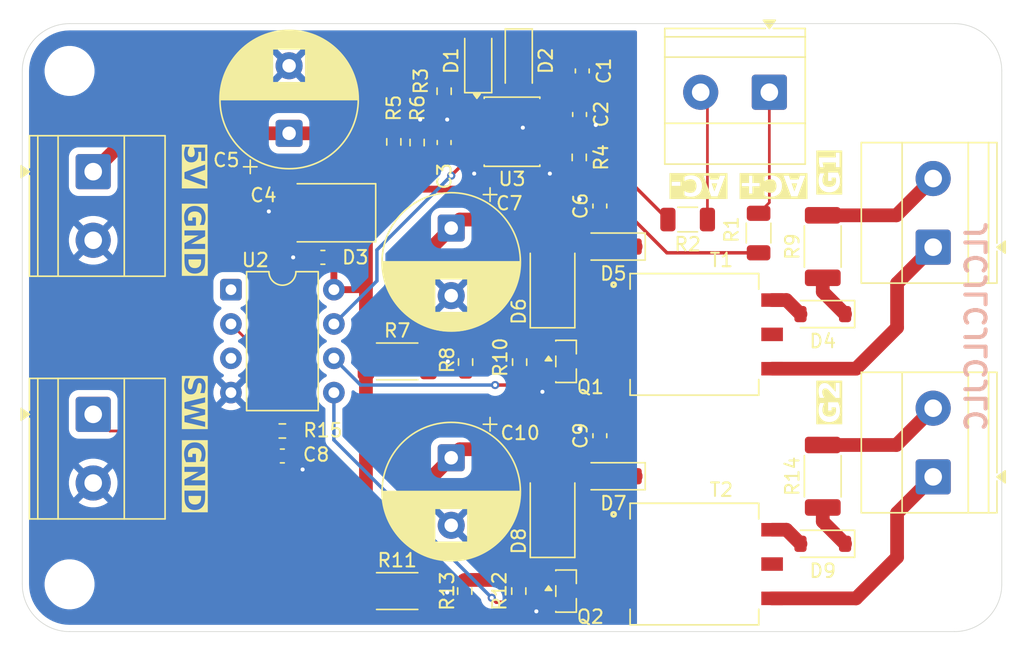
<source format=kicad_pcb>
(kicad_pcb (version 20241229) (generator "pcbnew") (generator_version "9.0")
  (layers (0 "F.Cu" signal) (2 "B.Cu" signal) (13 "F.Paste" user) (15 "B.Paste" user) (5 "F.SilkS" user "F.Silkscreen") (7 "B.SilkS" user "B.Silkscreen") (1 "F.Mask" user) (3 "B.Mask" user) (25 "Edge.Cuts" user))
  (net 0 "")
  (net 1 "Net-(D1-K)")
  (net 2 "Net-(D1-A)")
  (net 3 "+5V")
  (net 4 "GND")
  (net 5 "Net-(D5-K)")
  (net 6 "Net-(J4-Pin_1)")
  (net 7 "Net-(D7-K)")
  (net 8 "Net-(D4-K)")
  (net 9 "Net-(D4-A)")
  (net 10 "Net-(D5-A)")
  (net 11 "Net-(D6-K)")
  (net 12 "Net-(D7-A)")
  (net 13 "Net-(D8-K)")
  (net 14 "Net-(D9-K)")
  (net 15 "Net-(D9-A)")
  (net 16 "Net-(J1-Pin_1)")
  (net 17 "Net-(J1-Pin_2)")
  (net 18 "Net-(J3-Pin_2)")
  (net 19 "Net-(J3-Pin_1)")
  (net 20 "Net-(J5-Pin_1)")
  (net 21 "Net-(J5-Pin_2)")
  (net 22 "Net-(Q1-G)")
  (net 23 "Net-(Q2-G)")
  (net 24 "ZCD_MCU")
  (net 25 "SCR1_MCU")
  (net 26 "SCR2_MCU")
  (net 29 "Net-(U2-XTAL1{slash}PB3)")
  (footprint "Resistor_SMD:R_1206_3216Metric" (layer "F.Cu") (at 217 90 180)
    (property "Reference" "R2" (at 0 -1.83 0) (layer "F.SilkS"))
    (property "Value" "510k")
    (pad "1" smd roundrect (at -1.4625 0 180) (size 1.125 1.75) (layers "F.Cu" "F.Mask" "F.Paste") (roundrect_rratio 0.222222) (net 17 "Net-(J1-Pin_2)"))
    (pad "2" smd roundrect (at 1.4625 0 180) (size 1.125 1.75) (layers "F.Cu" "F.Mask" "F.Paste") (roundrect_rratio 0.222222) (net 2 "Net-(D1-A)"))
  )
  (footprint "Resistor_SMD:R_1206_3216Metric" (layer "F.Cu") (at 222.25 91 -90)
    (property "Reference" "R1" (at -0.25 2 90) (layer "F.SilkS"))
    (property "Value" "510k")
    (pad "1" smd roundrect (at -1.4625 0 270) (size 1.125 1.75) (layers "F.Cu" "F.Mask" "F.Paste") (roundrect_rratio 0.222222) (net 16 "Net-(J1-Pin_1)"))
    (pad "2" smd roundrect (at 1.4625 0 270) (size 1.125 1.75) (layers "F.Cu" "F.Mask" "F.Paste") (roundrect_rratio 0.222222) (net 1 "Net-(D1-K)"))
  )
  (footprint "Project:XFMR_78601_4JC-R" (layer "F.Cu") (at 217.5 115.5)
    (property "Reference" "T2" (at 2 -5.5 0) (layer "F.SilkS") (effects (font (size 1.001362 1.001362))))
    (property "Value" "78601_4JC-R")
    (pad "1" smd rect (at -5.75 -2.54) (size 1.6 1) (layers "F.Cu" "F.Mask" "F.Paste") (net 7 "Net-(D7-K)"))
    (pad "2" smd rect (at -5.75 0) (size 1.6 1) (layers "F.Cu" "F.Mask" "F.Paste"))
    (pad "3" smd rect (at -5.75 2.54) (size 1.6 1) (layers "F.Cu" "F.Mask" "F.Paste") (net 13 "Net-(D8-K)"))
    (pad "4" smd rect (at 5.75 2.54) (size 1.6 1) (layers "F.Cu" "F.Mask" "F.Paste") (net 20 "Net-(J5-Pin_1)"))
    (pad "5" smd rect (at 5.75 0) (size 1.6 1) (layers "F.Cu" "F.Mask" "F.Paste"))
    (pad "6" smd rect (at 5.75 -2.54) (size 1.6 1) (layers "F.Cu" "F.Mask" "F.Paste") (net 15 "Net-(D9-A)"))
  )
  (footprint "Capacitor_SMD:C_0603_1608Metric" (layer "F.Cu") (at 190 92.8)
    (property "Reference" "C4" (at -4.4 -4.6 0) (layer "F.SilkS"))
    (property "Value" "1u")
    (pad "1" smd roundrect (at -0.775 0) (size 0.9 0.95) (layers "F.Cu" "F.Mask" "F.Paste") (net 4 "GND"))
    (pad "2" smd roundrect (at 0.775 0) (size 0.9 0.95) (layers "F.Cu" "F.Mask" "F.Paste") (net 3 "+5V"))
  )
  (footprint "Diode_SMD:D_SMA" (layer "F.Cu") (at 207 111.5 90)
    (property "Reference" "D8" (at -2.3 -2.5 90) (layer "F.SilkS"))
    (property "Value" "D_Zener")
    (pad "1" smd roundrect (at -2 0 90) (size 2.5 1.8) (layers "F.Cu" "F.Mask" "F.Paste") (roundrect_rratio 0.1388888889) (net 13 "Net-(D8-K)"))
    (pad "2" smd roundrect (at 2 0 90) (size 2.5 1.8) (layers "F.Cu" "F.Mask" "F.Paste") (roundrect_rratio 0.1388888889) (net 12 "Net-(D7-A)"))
  )
  (footprint "Capacitor_THT:CP_Radial_D10.0mm_P5.00mm" (layer "F.Cu") (at 199.5 90.632323 -90)
    (property "Reference" "C7" (at -1.832323 -4.3 0) (layer "F.SilkS"))
    (property "Value" "470u")
    (pad "1" thru_hole roundrect (at 0 0 270) (size 2 2) (drill 1) (layers "*.Cu" "*.Mask") (roundrect_rratio 0.125) (net 5 "Net-(D5-K)"))
    (pad "2" thru_hole circle (at 5 0 270) (size 2 2) (drill 1) (layers "*.Cu" "*.Mask") (net 4 "GND"))
  )
  (footprint "MountingHole:MountingHole_3.2mm_M3" (layer "F.Cu") (at 171.25 117)
    (property "Reference" "H2" (hide yes))
    (property "Value" "MountingHole")
    (pad "" np_thru_hole circle (at 0 0) (size 3.2 3.2) (drill 3.2) (layers "*.Cu" "*.Mask"))
  )
  (footprint "Package_SO:SOIC-8_3.9x4.9mm_P1.27mm" (layer "F.Cu") (at 204 83.5)
    (property "Reference" "U3" (at 0 3.5 0) (layer "F.SilkS"))
    (property "Value" "LM393")
    (pad "1" smd roundrect (at -2.475 -1.905) (size 1.95 0.6) (layers "F.Cu" "F.Mask" "F.Paste") (net 24 "ZCD_MCU"))
    (pad "2" smd roundrect (at -2.475 -0.635) (size 1.95 0.6) (layers "F.Cu" "F.Mask" "F.Paste") (net 2 "Net-(D1-A)"))
    (pad "3" smd roundrect (at -2.475 0.635) (size 1.95 0.6) (layers "F.Cu" "F.Mask" "F.Paste") (net 1 "Net-(D1-K)"))
    (pad "4" smd roundrect (at -2.475 1.905) (size 1.95 0.6) (layers "F.Cu" "F.Mask" "F.Paste") (net 4 "GND"))
    (pad "5" smd roundrect (at 2.475 1.905) (size 1.95 0.6) (layers "F.Cu" "F.Mask" "F.Paste") (net 4 "GND"))
    (pad "6" smd roundrect (at 2.475 0.635) (size 1.95 0.6) (layers "F.Cu" "F.Mask" "F.Paste") (net 4 "GND"))
    (pad "7" smd roundrect (at 2.475 -0.635) (size 1.95 0.6) (layers "F.Cu" "F.Mask" "F.Paste") (net 4 "GND"))
    (pad "8" smd roundrect (at 2.475 -1.905) (size 1.95 0.6) (layers "F.Cu" "F.Mask" "F.Paste") (net 3 "+5V"))
  )
  (footprint "Capacitor_SMD:C_0603_1608Metric" (layer "F.Cu") (at 209 82.225 90)
    (property "Reference" "C2" (at 0.025 1.6 90) (layer "F.SilkS"))
    (property "Value" "100n")
    (pad "1" smd roundrect (at -0.775 0 90) (size 0.9 0.95) (layers "F.Cu" "F.Mask" "F.Paste") (net 4 "GND"))
    (pad "2" smd roundrect (at 0.775 0 90) (size 0.9 0.95) (layers "F.Cu" "F.Mask" "F.Paste") (net 3 "+5V"))
  )
  (footprint "Resistor_SMD:R_0603_1608Metric" (layer "F.Cu") (at 204.5625 100.55 90)
    (property "Reference" "R10" (at 0.35 -1.43 90) (layer "F.SilkS"))
    (property "Value" "10")
    (pad "1" smd roundrect (at -0.825 0 90) (size 0.8 0.95) (layers "F.Cu" "F.Mask" "F.Paste") (net 25 "SCR1_MCU"))
    (pad "2" smd roundrect (at 0.825 0 90) (size 0.8 0.95) (layers "F.Cu" "F.Mask" "F.Paste") (net 22 "Net-(Q1-G)"))
  )
  (footprint "MountingHole:MountingHole_3.2mm_M3" (layer "F.Cu") (at 236.75 79)
    (property "Reference" "H3" (hide yes))
    (property "Value" "MountingHole")
    (pad "" np_thru_hole circle (at 0 0) (size 3.2 3.2) (drill 3.2) (layers "*.Cu" "*.Mask"))
  )
  (footprint "Capacitor_SMD:C_0603_1608Metric" (layer "F.Cu") (at 210.5 106 90)
    (property "Reference" "C9" (at 0 -1.43 90) (layer "F.SilkS"))
    (property "Value" "1u")
    (pad "1" smd roundrect (at -0.775 0 90) (size 0.9 0.95) (layers "F.Cu" "F.Mask" "F.Paste") (net 7 "Net-(D7-K)"))
    (pad "2" smd roundrect (at 0.775 0 90) (size 0.9 0.95) (layers "F.Cu" "F.Mask" "F.Paste") (net 4 "GND"))
  )
  (footprint "Capacitor_THT:CP_Radial_D10.0mm_P5.00mm" (layer "F.Cu") (at 199.5 107.632323 -90)
    (property "Reference" "C10" (at -1.832323 -5.1 180) (layer "F.SilkS"))
    (property "Value" "470u")
    (pad "1" thru_hole roundrect (at 0 0 270) (size 2 2) (drill 1) (layers "*.Cu" "*.Mask") (roundrect_rratio 0.125) (net 7 "Net-(D7-K)"))
    (pad "2" thru_hole circle (at 5 0 270) (size 2 2) (drill 1) (layers "*.Cu" "*.Mask") (net 4 "GND"))
  )
  (footprint "TerminalBlock_Phoenix:TerminalBlock_Phoenix_MKDS-1,5-2-5.08_1x02_P5.08mm_Horizontal" (layer "F.Cu") (at 223.045 80.5775 180)
    (property "Reference" "J1" (hide yes))
    (property "Value" "Conn_01x02")
    (pad "1" thru_hole roundrect (at 0 0 180) (size 2.6 2.6) (drill 1.3) (layers "*.Cu" "*.Mask") (roundrect_rratio 0.096154) (net 16 "Net-(J1-Pin_1)"))
    (pad "2" thru_hole circle (at 5.08 0 180) (size 2.6 2.6) (drill 1.3) (layers "*.Cu" "*.Mask") (net 17 "Net-(J1-Pin_2)"))
  )
  (footprint "MountingHole:MountingHole_3.2mm_M3" (layer "F.Cu") (at 236.75 117)
    (property "Reference" "H4" (hide yes))
    (property "Value" "MountingHole")
    (pad "" np_thru_hole circle (at 0 0) (size 3.2 3.2) (drill 3.2) (layers "*.Cu" "*.Mask"))
  )
  (footprint "TerminalBlock_Phoenix:TerminalBlock_Phoenix_MKDS-1,5-2-5.08_1x02_P5.08mm_Horizontal" (layer "F.Cu") (at 173 86.455 -90)
    (property "Reference" "J2" (hide yes))
    (property "Value" "Conn_01x02")
    (pad "1" thru_hole roundrect (at 0 0 270) (size 2.6 2.6) (drill 1.3) (layers "*.Cu" "*.Mask") (roundrect_rratio 0.096154) (net 3 "+5V"))
    (pad "2" thru_hole circle (at 5.08 0 270) (size 2.6 2.6) (drill 1.3) (layers "*.Cu" "*.Mask") (net 4 "GND"))
  )
  (footprint "Resistor_SMD:R_0603_1608Metric" (layer "F.Cu") (at 204.5 117.5 90)
    (property "Reference" "R12" (at 0 -1.43 90) (layer "F.SilkS"))
    (property "Value" "10")
    (pad "1" smd roundrect (at -0.825 0 90) (size 0.8 0.95) (layers "F.Cu" "F.Mask" "F.Paste") (net 26 "SCR2_MCU"))
    (pad "2" smd roundrect (at 0.825 0 90) (size 0.8 0.95) (layers "F.Cu" "F.Mask" "F.Paste") (net 23 "Net-(Q2-G)"))
  )
  (footprint "Resistor_SMD:R_0603_1608Metric" (layer "F.Cu") (at 187 105.65 180)
    (property "Reference" "R15" (at -3 0.05 0) (layer "F.SilkS"))
    (property "Value" "1k")
    (pad "1" smd roundrect (at -0.825 0 180) (size 0.8 0.95) (layers "F.Cu" "F.Mask" "F.Paste") (net 29 "Net-(U2-XTAL1{slash}PB3)"))
    (pad "2" smd roundrect (at 0.825 0 180) (size 0.8 0.95) (layers "F.Cu" "F.Mask" "F.Paste") (net 6 "Net-(J4-Pin_1)"))
  )
  (footprint "Resistor_SMD:R_2010_5025Metric" (layer "F.Cu") (at 195.5 100.5)
    (property "Reference" "R7" (at 0 -2.28 0) (layer "F.SilkS"))
    (property "Value" "10")
    (pad "1" smd roundrect (at -2.3125 0) (size 1.225 2.65) (layers "F.Cu" "F.Mask" "F.Paste") (roundrect_rratio 0.204082) (net 3 "+5V"))
    (pad "2" smd roundrect (at 2.3125 0) (size 1.225 2.65) (layers "F.Cu" "F.Mask" "F.Paste") (roundrect_rratio 0.204082) (net 5 "Net-(D5-K)"))
  )
  (footprint "Diode_SMD:D_SMB" (layer "F.Cu") (at 190.25 89.5 180)
    (property "Reference" "D3" (at -2.15 -3.3 0) (layer "F.SilkS"))
    (property "Value" "SMBJ5.0A")
    (pad "1" smd roundrect (at -2.15 0 180) (size 2.5 2.3) (layers "F.Cu" "F.Mask" "F.Paste") (roundrect_rratio 0.1086956522) (net 3 "+5V"))
    (pad "2" smd roundrect (at 2.15 0 180) (size 2.5 2.3) (layers "F.Cu" "F.Mask" "F.Paste") (roundrect_rratio 0.1086956522) (net 4 "GND"))
  )
  (footprint "Capacitor_THT:CP_Radial_D10.0mm_P5.00mm" (layer "F.Cu") (at 187.5 83.617677 90)
    (property "Reference" "C5" (at -1.982323 -4.65 180) (layer "F.SilkS"))
    (property "Value" "470u")
    (pad "1" thru_hole roundrect (at 0 0 90) (size 2 2) (drill 1) (layers "*.Cu" "*.Mask") (roundrect_rratio 0.125) (net 3 "+5V"))
    (pad "2" thru_hole circle (at 5 0 90) (size 2 2) (drill 1) (layers "*.Cu" "*.Mask") (net 4 "GND"))
  )
  (footprint "Resistor_SMD:R_0603_1608Metric" (layer "F.Cu") (at 198.975 80.5 -90)
    (property "Reference" "R3" (at -0.75 1.725 90) (layer "F.SilkS"))
    (property "Value" "200k")
    (pad "1" smd roundrect (at -0.825 0 270) (size 0.8 0.95) (layers "F.Cu" "F.Mask" "F.Paste") (net 1 "Net-(D1-K)"))
    (pad "2" smd roundrect (at 0.825 0 270) (size 0.8 0.95) (layers "F.Cu" "F.Mask" "F.Paste") (net 24 "ZCD_MCU"))
  )
  (footprint "Diode_SMD:D_SOD-123" (layer "F.Cu") (at 227 114 180)
    (property "Reference" "D9" (at 0 -2 180) (layer "F.SilkS"))
    (property "Value" "4148")
    (pad "1" smd roundrect (at -1.65 0 180) (size 0.9 1.2) (layers "F.Cu" "F.Mask" "F.Paste") (net 14 "Net-(D9-K)"))
    (pad "2" smd roundrect (at 1.65 0 180) (size 0.9 1.2) (layers "F.Cu" "F.Mask" "F.Paste") (net 15 "Net-(D9-A)"))
  )
  (footprint "TerminalBlock_Phoenix:TerminalBlock_Phoenix_MKDS-1,5-2-5.08_1x02_P5.08mm_Horizontal" (layer "F.Cu") (at 173 104.42 -90)
    (property "Reference" "J4" (hide yes))
    (property "Value" "Conn_01x02")
    (pad "1" thru_hole roundrect (at 0 0 270) (size 2.6 2.6) (drill 1.3) (layers "*.Cu" "*.Mask") (roundrect_rratio 0.096154) (net 6 "Net-(J4-Pin_1)"))
    (pad "2" thru_hole circle (at 5.08 0 270) (size 2.6 2.6) (drill 1.3) (layers "*.Cu" "*.Mask") (net 4 "GND"))
  )
  (footprint "Diode_SMD:D_SOD-123" (layer "F.Cu") (at 227 97 180)
    (property "Reference" "D4" (at 0 -2 180) (layer "F.SilkS"))
    (property "Value" "4148")
    (pad "1" smd roundrect (at -1.65 0 180) (size 0.9 1.2) (layers "F.Cu" "F.Mask" "F.Paste") (net 8 "Net-(D4-K)"))
    (pad "2" smd roundrect (at 1.65 0 180) (size 0.9 1.2) (layers "F.Cu" "F.Mask" "F.Paste") (net 9 "Net-(D4-A)"))
  )
  (footprint "Capacitor_SMD:C_0603_1608Metric" (layer "F.Cu") (at 209.2 79 90)
    (property "Reference" "C1" (at 0 1.6 90) (layer "F.SilkS"))
    (property "Value" "220p")
    (pad "1" smd roundrect (at -0.775 0 90) (size 0.9 0.95) (layers "F.Cu" "F.Mask" "F.Paste") (net 1 "Net-(D1-K)"))
    (pad "2" smd roundrect (at 0.775 0 90) (size 0.9 0.95) (layers "F.Cu" "F.Mask" "F.Paste") (net 2 "Net-(D1-A)"))
  )
  (footprint "Project:XFMR_78601_4JC-R" (layer "F.Cu") (at 217.5 98.5)
    (property "Reference" "T1" (at 2 -5.5 0) (layer "F.SilkS") (effects (font (size 1.001362 1.001362))))
    (property "Value" "78601_4JC-R")
    (pad "1" smd rect (at -5.75 -2.54) (size 1.6 1) (layers "F.Cu" "F.Mask" "F.Paste") (net 5 "Net-(D5-K)"))
    (pad "2" smd rect (at -5.75 0) (size 1.6 1) (layers "F.Cu" "F.Mask" "F.Paste"))
    (pad "3" smd rect (at -5.75 2.54) (size 1.6 1) (layers "F.Cu" "F.Mask" "F.Paste") (net 11 "Net-(D6-K)"))
    (pad "4" smd rect (at 5.75 2.54) (size 1.6 1) (layers "F.Cu" "F.Mask" "F.Paste") (net 19 "Net-(J3-Pin_1)"))
    (pad "5" smd rect (at 5.75 0) (size 1.6 1) (layers "F.Cu" "F.Mask" "F.Paste"))
    (pad "6" smd rect (at 5.75 -2.54) (size 1.6 1) (layers "F.Cu" "F.Mask" "F.Paste") (net 9 "Net-(D4-A)"))
  )
  (footprint "TerminalBlock_Phoenix:TerminalBlock_Phoenix_MKDS-1,5-2-5.08_1x02_P5.08mm_Horizontal" (layer "F.Cu") (at 235.1725 92.045 90)
    (property "Reference" "J3" (hide yes))
    (property "Value" "Conn_01x02")
    (pad "1" thru_hole roundrect (at 0 0 90) (size 2.6 2.6) (drill 1.3) (layers "*.Cu" "*.Mask") (roundrect_rratio 0.096154) (net 19 "Net-(J3-Pin_1)"))
    (pad "2" thru_hole circle (at 5.08 0 90) (size 2.6 2.6) (drill 1.3) (layers "*.Cu" "*.Mask") (net 18 "Net-(J3-Pin_2)"))
  )
  (footprint "Capacitor_SMD:C_0603_1608Metric" (layer "F.Cu") (at 187 107.5)
    (property "Reference" "C8" (at 2.5 -0.1 0) (layer "F.SilkS"))
    (property "Value" "100n")
    (pad "1" smd roundrect (at -0.775 0) (size 0.9 0.95) (layers "F.Cu" "F.Mask" "F.Paste") (net 6 "Net-(J4-Pin_1)"))
    (pad "2" smd roundrect (at 0.775 0) (size 0.9 0.95) (layers "F.Cu" "F.Mask" "F.Paste") (net 4 "GND"))
  )
  (footprint "Capacitor_SMD:C_0603_1608Metric" (layer "F.Cu") (at 210.5 89 90)
    (property "Reference" "C6" (at 0 -1.43 90) (layer "F.SilkS"))
    (property "Value" "1u")
    (pad "1" smd roundrect (at -0.775 0 90) (size 0.9 0.95) (layers "F.Cu" "F.Mask" "F.Paste") (net 5 "Net-(D5-K)"))
    (pad "2" smd roundrect (at 0.775 0 90) (size 0.9 0.95) (layers "F.Cu" "F.Mask" "F.Paste") (net 4 "GND"))
  )
  (footprint "Package_TO_SOT_SMD:SOT-23" (layer "F.Cu") (at 208 100.5)
    (property "Reference" "Q1" (at 1.8 1.9 0) (layer "F.SilkS"))
    (property "Value" "AO3400A")
    (pad "1" smd roundrect (at -0.9375 -0.95) (size 1.475 0.6) (layers "F.Cu" "F.Mask" "F.Paste") (net 22 "Net-(Q1-G)"))
    (pad "2" smd roundrect (at -0.9375 0.95) (size 1.475 0.6) (layers "F.Cu" "F.Mask" "F.Paste") (net 4 "GND"))
    (pad "3" smd roundrect (at 0.9375 0) (size 1.475 0.6) (layers "F.Cu" "F.Mask" "F.Paste") (net 11 "Net-(D6-K)"))
  )
  (footprint "Resistor_SMD:R_2010_5025Metric" (layer "F.Cu") (at 195.5 117.5)
    (property "Reference" "R11" (at 0 -2.28 0) (layer "F.SilkS"))
    (property "Value" "10")
    (pad "1" smd roundrect (at -2.3125 0) (size 1.225 2.65) (layers "F.Cu" "F.Mask" "F.Paste") (roundrect_rratio 0.204082) (net 3 "+5V"))
    (pad "2" smd roundrect (at 2.3125 0) (size 1.225 2.65) (layers "F.Cu" "F.Mask" "F.Paste") (roundrect_rratio 0.204082) (net 7 "Net-(D7-K)"))
  )
  (footprint "Resistor_SMD:R_0603_1608Metric" (layer "F.Cu") (at 200.5625 100.55 -90)
    (property "Reference" "R8" (at -0.15 1.3625 90) (layer "F.SilkS"))
    (property "Value" "10k")
    (pad "1" smd roundrect (at -0.825 0 270) (size 0.8 0.95) (layers "F.Cu" "F.Mask" "F.Paste") (net 22 "Net-(Q1-G)"))
    (pad "2" smd roundrect (at 0.825 0 270) (size 0.8 0.95) (layers "F.Cu" "F.Mask" "F.Paste") (net 4 "GND"))
  )
  (footprint "Diode_SMD:D_SMA" (layer "F.Cu") (at 207 94.5 90)
    (property "Reference" "D6" (at -2.3 -2.5 90) (layer "F.SilkS"))
    (property "Value" "D_Zener")
    (pad "1" smd roundrect (at -2 0 90) (size 2.5 1.8) (layers "F.Cu" "F.Mask" "F.Paste") (roundrect_rratio 0.1388888889) (net 11 "Net-(D6-K)"))
    (pad "2" smd roundrect (at 2 0 90) (size 2.5 1.8) (layers "F.Cu" "F.Mask" "F.Paste") (roundrect_rratio 0.1388888889) (net 10 "Net-(D5-A)"))
  )
  (footprint "Diode_SMD:D_SOD-123" (layer "F.Cu") (at 211.5 92 180)
    (property "Reference" "D5" (at 0 -2 180) (layer "F.SilkS"))
    (property "Value" "4148")
    (pad "1" smd roundrect (at -1.65 0 180) (size 0.9 1.2) (layers "F.Cu" "F.Mask" "F.Paste") (net 5 "Net-(D5-K)"))
    (pad "2" smd roundrect (at 1.65 0 180) (size 0.9 1.2) (layers "F.Cu" "F.Mask" "F.Paste") (net 10 "Net-(D5-A)"))
  )
  (footprint "Package_DIP:DIP-8_W7.62mm" (layer "F.Cu") (at 183.195 95.19)
    (property "Reference" "U2" (at 1.805 -2.19 0) (layer "F.SilkS"))
    (property "Value" "ATtiny85-20P")
    (pad "1" thru_hole roundrect (at 0 0) (size 1.6 1.6) (drill 0.8) (layers "*.Cu" "*.Mask") (roundrect_rratio 0.15625))
    (pad "2" thru_hole circle (at 0 2.54) (size 1.6 1.6) (drill 0.8) (layers "*.Cu" "*.Mask") (net 29 "Net-(U2-XTAL1{slash}PB3)"))
    (pad "3" thru_hole circle (at 0 5.08) (size 1.6 1.6) (drill 0.8) (layers "*.Cu" "*.Mask"))
    (pad "4" thru_hole circle (at 0 7.62) (size 1.6 1.6) (drill 0.8) (layers "*.Cu" "*.Mask") (net 4 "GND"))
    (pad "5" thru_hole circle (at 7.62 7.62) (size 1.6 1.6) (drill 0.8) (layers "*.Cu" "*.Mask") (net 26 "SCR2_MCU"))
    (pad "6" thru_hole circle (at 7.62 5.08) (size 1.6 1.6) (drill 0.8) (layers "*.Cu" "*.Mask") (net 25 "SCR1_MCU"))
    (pad "7" thru_hole circle (at 7.62 2.54) (size 1.6 1.6) (drill 0.8) (layers "*.Cu" "*.Mask") (net 24 "ZCD_MCU"))
    (pad "8" thru_hole circle (at 7.62 0) (size 1.6 1.6) (drill 0.8) (layers "*.Cu" "*.Mask") (net 3 "+5V"))
  )
  (footprint "Diode_SMD:D_SOD-123" (layer "F.Cu") (at 211.5 109 180)
    (property "Reference" "D7" (at 0 -2 180) (layer "F.SilkS"))
    (property "Value" "4148")
    (pad "1" smd roundrect (at -1.65 0 180) (size 0.9 1.2) (layers "F.Cu" "F.Mask" "F.Paste") (net 7 "Net-(D7-K)"))
    (pad "2" smd roundrect (at 1.65 0 180) (size 0.9 1.2) (layers "F.Cu" "F.Mask" "F.Paste") (net 12 "Net-(D7-A)"))
  )
  (footprint "Diode_SMD:D_SOD-123" (layer "F.Cu") (at 201.5 78.25 90)
    (property "Reference" "D1" (at 0 -2 90) (layer "F.SilkS"))
    (property "Value" "4148")
    (pad "1" smd roundrect (at -1.65 0 90) (size 0.9 1.2) (layers "F.Cu" "F.Mask" "F.Paste") (net 1 "Net-(D1-K)"))
    (pad "2" smd roundrect (at 1.65 0 90) (size 0.9 1.2) (layers "F.Cu" "F.Mask" "F.Paste") (net 2 "Net-(D1-A)"))
  )
  (footprint "MountingHole:MountingHole_3.2mm_M3" (layer "F.Cu") (at 171.25 79)
    (property "Reference" "H1" (hide yes))
    (property "Value" "MountingHole")
    (pad "" np_thru_hole circle (at 0 0) (size 3.2 3.2) (drill 3.2) (layers "*.Cu" "*.Mask"))
  )
  (footprint "Capacitor_SMD:C_0603_1608Metric" (layer "F.Cu") (at 198.975 84.3 90)
    (property "Reference" "C3" (at -2.5 0.025 90) (layer "F.SilkS"))
    (property "Value" "100n")
    (pad "1" smd roundrect (at -0.775 0 90) (size 0.9 0.95) (layers "F.Cu" "F.Mask" "F.Paste") (net 2 "Net-(D1-A)"))
    (pad "2" smd roundrect (at 0.775 0 90) (size 0.9 0.95) (layers "F.Cu" "F.Mask" "F.Paste") (net 4 "GND"))
  )
  (footprint "Resistor_SMD:R_0603_1608Metric" (layer "F.Cu") (at 200.5 117.5 -90)
    (property "Reference" "R13" (at 0 1.3 90) (layer "F.SilkS"))
    (property "Value" "10k")
    (pad "1" smd roundrect (at -0.825 0 270) (size 0.8 0.95) (layers "F.Cu" "F.Mask" "F.Paste") (net 23 "Net-(Q2-G)"))
    (pad "2" smd roundrect (at 0.825 0 270) (size 0.8 0.95) (layers "F.Cu" "F.Mask" "F.Paste") (net 4 "GND"))
  )
  (footprint "TerminalBlock_Phoenix:TerminalBlock_Phoenix_MKDS-1,5-2-5.08_1x02_P5.08mm_Horizontal" (layer "F.Cu") (at 235.1725 109.045 90)
    (property "Reference" "J5" (hide yes))
    (property "Value" "Conn_01x02")
    (pad "1" thru_hole roundrect (at 0 0 90) (size 2.6 2.6) (drill 1.3) (layers "*.Cu" "*.Mask") (roundrect_rratio 0.096154) (net 20 "Net-(J5-Pin_1)"))
    (pad "2" thru_hole circle (at 5.08 0 90) (size 2.6 2.6) (drill 1.3) (layers "*.Cu" "*.Mask") (net 21 "Net-(J5-Pin_2)"))
  )
  (footprint "Package_TO_SOT_SMD:SOT-23" (layer "F.Cu") (at 208 117.5)
    (property "Reference" "Q2" (at 1.8 1.9 0) (layer "F.SilkS"))
    (property "Value" "AO3400A")
    (pad "1" smd roundrect (at -0.9375 -0.95) (size 1.475 0.6) (layers "F.Cu" "F.Mask" "F.Paste") (net 23 "Net-(Q2-G)"))
    (pad "2" smd roundrect (at -0.9375 0.95) (size 1.475 0.6) (layers "F.Cu" "F.Mask" "F.Paste") (net 4 "GND"))
    (pad "3" smd roundrect (at 0.9375 0) (size 1.475 0.6) (layers "F.Cu" "F.Mask" "F.Paste") (net 13 "Net-(D8-K)"))
  )
  (footprint "Resistor_SMD:R_0603_1608Metric" (layer "F.Cu") (at 195.25 84.25 -90)
    (property "Reference" "R5" (at -2.5 0 90) (layer "F.SilkS"))
    (property "Value" "2.2k")
    (pad "1" smd roundrect (at -0.825 0 270) (size 0.8 0.95) (layers "F.Cu" "F.Mask" "F.Paste") (net 3 "+5V"))
    (pad "2" smd roundrect (at 0.825 0 270) (size 0.8 0.95) (layers "F.Cu" "F.Mask" "F.Paste") (net 2 "Net-(D1-A)"))
  )
  (footprint "Resistor_SMD:R_0603_1608Metric" (layer "F.Cu") (at 208.975 85.4 90)
    (property "Reference" "R4" (at 0 1.625 90) (layer "F.SilkS"))
    (property "Value" "4.7k")
    (pad "1" smd roundrect (at -0.825 0 90) (size 0.8 0.95) (layers "F.Cu" "F.Mask" "F.Paste") (net 24 "ZCD_MCU"))
    (pad "2" smd roundrect (at 0.825 0 90) (size 0.8 0.95) (layers "F.Cu" "F.Mask" "F.Paste") (net 3 "+5V"))
  )
  (footprint "Resistor_SMD:R_2010_5025Metric" (layer "F.Cu") (at 227 109 90)
    (property "Reference" "R14" (at 0 -2.25 90) (layer "F.SilkS"))
    (property "Value" "5R1")
    (pad "1" smd roundrect (at -2.3125 0 90) (size 1.225 2.65) (layers "F.Cu" "F.Mask" "F.Paste") (roundrect_rratio 0.204082) (net 14 "Net-(D9-K)"))
    (pad "2" smd roundrect (at 2.3125 0 90) (size 1.225 2.65) (layers "F.Cu" "F.Mask" "F.Paste") (roundrect_rratio 0.204082) (net 21 "Net-(J5-Pin_2)"))
  )
  (footprint "Diode_SMD:D_SOD-123" (layer "F.Cu") (at 204.5 78.25 -90)
    (property "Reference" "D2" (at 0 -2 270) (layer "F.SilkS"))
    (property "Value" "4148")
    (pad "1" smd roundrect (at -1.65 0 270) (size 0.9 1.2) (layers "F.Cu" "F.Mask" "F.Paste") (net 2 "Net-(D1-A)"))
    (pad "2" smd roundrect (at 1.65 0 270) (size 0.9 1.2) (layers "F.Cu" "F.Mask" "F.Paste") (net 1 "Net-(D1-K)"))
  )
  (footprint "Resistor_SMD:R_2010_5025Metric" (layer "F.Cu") (at 227 92 90)
    (property "Reference" "R9" (at 0 -2.25 90) (layer "F.SilkS"))
    (property "Value" "5R1")
    (pad "1" smd roundrect (at -2.3125 0 90) (size 1.225 2.65) (layers "F.Cu" "F.Mask" "F.Paste") (roundrect_rratio 0.204082) (net 8 "Net-(D4-K)"))
    (pad "2" smd roundrect (at 2.3125 0 90) (size 1.225 2.65) (layers "F.Cu" "F.Mask" "F.Paste") (roundrect_rratio 0.204082) (net 18 "Net-(J3-Pin_2)"))
  )
  (footprint "Resistor_SMD:R_0603_1608Metric" (layer "F.Cu") (at 196.975 84.3 90)
    (property "Reference" "R6" (at 2.55 0.025 90) (layer "F.SilkS"))
    (property "Value" "2.2k")
    (pad "1" smd roundrect (at -0.825 0 90) (size 0.8 0.95) (layers "F.Cu" "F.Mask" "F.Paste") (net 2 "Net-(D1-A)"))
    (pad "2" smd roundrect (at 0.825 0 90) (size 0.8 0.95) (layers "F.Cu" "F.Mask" "F.Paste") (net 4 "GND"))
  )
  (gr_arc (start 171.25 120.5) (mid 168.775126 119.474874) (end 167.75 117) (stroke (width 0.05)) (layer "Edge.Cuts"))
  (gr_line (start 240.25 79) (end 240.25 117) (stroke (width 0.05)) (layer "Edge.Cuts"))
  (gr_arc (start 240.25 117) (mid 239.224874 119.474874) (end 236.75 120.5) (stroke (width 0.05)) (layer "Edge.Cuts"))
  (gr_arc (start 167.75 79) (mid 168.775126 76.525126) (end 171.25 75.5) (stroke (width 0.05)) (layer "Edge.Cuts"))
  (gr_line (start 167.75 117) (end 167.75 79) (stroke (width 0.05)) (layer "Edge.Cuts"))
  (gr_arc (start 236.75 75.5) (mid 239.224874 76.525126) (end 240.25 79) (stroke (width 0.05)) (layer "Edge.Cuts"))
  (gr_line (start 171.25 75.5) (end 236.75 75.5) (stroke (width 0.05)) (layer "Edge.Cuts"))
  (gr_line (start 236.75 120.5) (end 171.25 120.5) (stroke (width 0.05)) (layer "Edge.Cuts"))
  (gr_text "AC-" (at 217.75 86.5 180) (layer "F.SilkS" knockout) (effects (font (size 1.5 1.5) (thickness 0.125)) (justify bottom)))
  (gr_text "5V" (at 179.5 86 270) (layer "F.SilkS" knockout) (effects (font (size 1.5 1.5) (thickness 0.125)) (justify bottom)))
  (gr_text "GND" (at 179.5 91.5 270) (layer "F.SilkS" knockout) (effects (font (size 1.5 1.5) (thickness 0.125)) (justify bottom)))
  (gr_text "G2" (at 228.5 103.5 90) (layer "F.SilkS" knockout) (effects (font (size 1.5 1.5) (thickness 0.125)) (justify bottom)))
  (gr_text "SW" (at 179.5 103.5 270) (layer "F.SilkS" knockout) (effects (font (size 1.5 1.5) (thickness 0.125)) (justify bottom)))
  (gr_text "AC+" (at 223.25 86.5 180) (layer "F.SilkS" knockout) (effects (font (size 1.5 1.5) (thickness 0.125)) (justify bottom)))
  (gr_text "GND" (at 179.5 109 270) (layer "F.SilkS" knockout) (effects (font (size 1.5 1.5) (thickness 0.125)) (justify bottom)))
  (gr_text "G1" (at 228.5 86.5 90) (layer "F.SilkS" knockout) (effects (font (size 1.5 1.5) (thickness 0.125)) (justify bottom)))
  (gr_text "JLCJLCJLCJLC" (at 239.25 90 90) (layer "B.SilkS") (effects (font (size 1.5 1.5) (thickness 0.3) (bold yes)) (justify left bottom mirror)))
  (segment (start 212 81.25) (end 212 89) (width 0.254) (layer "F.Cu") (net 1))
  (segment (start 204.2 79.75) (end 199.05 79.75) (width 0.254) (layer "F.Cu") (net 1))
  (segment (start 204.5 82.134999) (end 204.5 80.05) (width 0.254) (layer "F.Cu") (net 1))
  (segment (start 204.775 79.775) (end 210.525 79.775) (width 0.254) (layer "F.Cu") (net 1))
  (segment (start 204.5 80.05) (end 204.775 79.775) (width 0.254) (layer "F.Cu") (net 1))
  (segment (start 215.4625 92.4625) (end 222.25 92.4625) (width 0.254) (layer "F.Cu") (net 1))
  (segment (start 210.525 79.775) (end 212 81.25) (width 0.254) (layer "F.Cu") (net 1))
  (segment (start 204.5 80.05) (end 204.2 79.75) (width 0.254) (layer "F.Cu") (net 1))
  (segment (start 212 89) (end 215.4625 92.4625) (width 0.254) (layer "F.Cu") (net 1))
  (segment (start 199.05 79.75) (end 198.975 79.675) (width 0.254) (layer "F.Cu") (net 1))
  (segment (start 202.499999 84.135) (end 204.5 82.134999) (width 0.254) (layer "F.Cu") (net 1))
  (segment (start 201.525 84.135) (end 202.499999 84.135) (width 0.254) (layer "F.Cu") (net 1))
  (segment (start 201.525 82.865) (end 202.499999 82.865) (width 0.254) (layer "F.Cu") (net 2))
  (segment (start 198.172 80.900754) (end 198.172 84.272) (width 0.254) (layer "F.Cu") (net 2))
  (segment (start 209.2 78.225) (end 206.125 78.225) (width 0.254) (layer "F.Cu") (net 2))
  (segment (start 202.5 80.75) (end 200 80.75) (width 0.254) (layer "F.Cu") (net 2))
  (segment (start 200.236377 76.6) (end 198.172 78.664377) (width 0.254) (layer "F.Cu") (net 2))
  (segment (start 203 81.25) (end 202.5 80.75) (width 0.254) (layer "F.Cu") (net 2))
  (segment (start 210.725 78.225) (end 212.75 80.25) (width 0.254) (layer "F.Cu") (net 2))
  (segment (start 196.975 85.125) (end 197.319 85.125) (width 0.254) (layer "F.Cu") (net 2))
  (segment (start 200 80.75) (end 199.75 80.5) (width 0.254) (layer "F.Cu") (net 2))
  (segment (start 199.75 80.5) (end 198.172 80.5) (width 0.254) (layer "F.Cu") (net 2))
  (segment (start 195.3 85.125) (end 195.25 85.075) (width 0.254) (layer "F.Cu") (net 2))
  (segment (start 201.5 76.6) (end 200.236377 76.6) (width 0.254) (layer "F.Cu") (net 2))
  (segment (start 204.5 76.6) (end 201.5 76.6) (width 0.254) (layer "F.Cu") (net 2))
  (segment (start 197.319 85.125) (end 198.172 84.272) (width 0.254) (layer "F.Cu") (net 2))
  (segment (start 212.75 80.25) (end 212.75 87.2125) (width 0.254) (layer "F.Cu") (net 2))
  (segment (start 198.172 84.272) (end 198.975 85.075) (width 0.254) (layer "F.Cu") (net 2))
  (segment (start 206.125 78.225) (end 204.5 76.6) (width 0.254) (layer "F.Cu") (net 2))
  (segment (start 212.75 87.2125) (end 215.5375 90) (width 0.254) (layer "F.Cu") (net 2))
  (segment (start 197 85.15) (end 196.975 85.125) (width 0.254) (layer "F.Cu") (net 2))
  (segment (start 202.499999 82.865) (end 203 82.364999) (width 0.254) (layer "F.Cu") (net 2))
  (segment (start 209.2 78.225) (end 210.725 78.225) (width 0.254) (layer "F.Cu") (net 2))
  (segment (start 198.172 78.664377) (end 198.172 80.900754) (width 0.254) (layer "F.Cu") (net 2))
  (segment (start 203 82.364999) (end 203 81.25) (width 0.254) (layer "F.Cu") (net 2))
  (segment (start 196.975 85.125) (end 195.3 85.125) (width 0.254) (layer "F.Cu") (net 2))
  (segment (start 190.815 95.19) (end 190.815 92.84) (width 0.508) (layer "F.Cu") (net 3))
  (segment (start 193.1875 97) (end 193.1875 95) (width 1.016) (layer "F.Cu") (net 3))
  (segment (start 206.475 81.595) (end 208.855 81.595) (width 0.254) (layer "F.Cu") (net 3))
  (segment (start 192.4 89.5) (end 193.25 89.5) (width 0.508) (layer "F.Cu") (net 3))
  (segment (start 193.1875 90.2875) (end 193.1875 95) (width 1.016) (layer "F.Cu") (net 3))
  (segment (start 190.815 92.84) (end 190.775 92.8) (width 0.508) (layer "F.Cu") (net 3))
  (segment (start 194.742677 83.425) (end 192.4 85.767677) (width 0.508) (layer "F.Cu") (net 3))
  (segment (start 209.905 86.701852) (end 209.905 85.505) (width 0.508) (layer "F.Cu") (net 3))
  (segment (start 192.4 85.767677) (end 190.25 83.617677) (width 1.016) (layer "F.Cu") (net 3))
  (segment (start 207.753148 87.75) (end 208.423148 87.08) (width 0.508) (layer "F.Cu") (net 3))
  (segment (start 193.1875 117.5) (end 193.1875 100.5) (width 1.016) (layer "F.Cu") (net 3))
  (segment (start 208 82.45) (end 208 83.6) (width 0.254) (layer "F.Cu") (net 3))
  (segment (start 208.855 81.595) (end 209 81.45) (width 0.254) (layer "F.Cu") (net 3))
  (segment (start 209.526852 87.08) (end 209.905 86.701852) (width 0.508) (layer "F.Cu") (net 3))
  (segment (start 192.4 89.5) (end 192.4 85.767677) (width 1.016) (layer "F.Cu") (net 3))
  (segment (start 190.815 95.19) (end 192.9975 95.19) (width 0.508) (layer "F.Cu") (net 3))
  (segment (start 192.4 89.5) (end 193.1875 90.2875) (width 1.016) (layer "F.Cu") (net 3))
  (segment (start 195 87.75) (end 207.753148 87.75) (width 0.508) (layer "F.Cu") (net 3))
  (segment (start 175.837323 83.617677) (end 173 86.455) (width 1.016) (layer "F.Cu") (net 3))
  (segment (start 195.25 83.425) (end 194.742677 83.425) (width 0.508) (layer "F.Cu") (net 3))
  (segment (start 209.905 85.505) (end 208.975 84.575) (width 0.508) (layer "F.Cu") (net 3))
  (segment (start 190.25 83.617677) (end 175.837323 83.617677) (width 1.016) (layer "F.Cu") (net 3))
  (segment (start 193.25 89.5) (end 195 87.75) (width 0.508) (layer "F.Cu") (net 3))
  (segment (start 208 83.6) (end 208.975 84.575) (width 0.254) (layer "F.Cu") (net 3))
  (segment (start 192.9975 95.19) (end 193.1875 95) (width 0.508) (layer "F.Cu") (net 3))
  (segment (start 209 81.45) (end 208 82.45) (width 0.254) (layer "F.Cu") (net 3))
  (segment (start 193.1875 100.5) (end 193.1875 97) (width 1.016) (layer "F.Cu") (net 3))
  (segment (start 208.423148 87.08) (end 209.526852 87.08) (width 0.508) (layer "F.Cu") (net 3))
  (segment (start 209 83) (end 210.2 83) (width 0.508) (layer "F.Cu") (net 4))
  (segment (start 206.35 118.45) (end 205.8 119) (width 0.508) (layer "F.Cu") (net 4))
  (segment (start 200.5 118.325) (end 199.925 118.325) (width 0.508) (layer "F.Cu") (net 4))
  (segment (start 196.975 83.475) (end 196.975 82.825) (width 0.508) (layer "F.Cu") (net 4))
  (segment (start 207.0625 118.45) (end 206.35 118.45) (width 0.508) (layer "F.Cu") (net 4))
  (segment (start 206.475 84.135) (end 206.475 82.865) (width 0.508) (layer "F.Cu") (net 4))
  (segment (start 210.5 88.225) (end 209.275 88.225) (width 0.508) (layer "F.Cu") (net 4))
  (segment (start 209.275 88.225) (end 209 88.5) (width 0.508) (layer "F.Cu") (net 4))
  (segment (start 199.925 118.325) (end 199.2 117.6) (width 0.508) (layer "F.Cu") (net 4))
  (segment (start 206.475 82.865) (end 205.135 82.865) (width 0.508) (layer "F.Cu") (net 4))
  (segment (start 207.0625 101.45) (end 207.0625 101.9375) (width 0.508) (layer "F.Cu") (net 4))
  (segment (start 201.525 86.275) (end 201.2 86.6) (width 0.508) (layer "F.Cu") (net 4))
  (segment (start 186.1 89.5) (end 186 89.4) (width 0.508) (layer "F.Cu") (net 4))
  (segment (start 188.1 89.5) (end 186.1 89.5) (width 0.508) (layer "F.Cu") (net 4))
  (segment (start 201.525 85.405) (end 201.525 86.275) (width 0.508) (layer "F.Cu") (net 4))
  (segment (start 198.975 82.825) (end 199.2 82.6) (width 0.508) (layer "F.Cu") (net 4))
  (segment (start 189.225 92.8) (end 187.8 92.8) (width 0.508) (layer "F.Cu") (net 4))
  (segment (start 209.275 105.225) (end 209 105.5) (width 0.508) (layer "F.Cu") (net 4))
  (segment (start 210.5 105.225) (end 209.275 105.225) (width 0.508) (layer "F.Cu") (net 4))
  (segment (start 205.135 82.865) (end 204.8 83.2) (width 0.508) (layer "F.Cu") (net 4))
  (segment (start 187.775 107.5) (end 187.775 107.775) (width 0.2) (layer "F.Cu") (net 4))
  (segment (start 207.0625 101.9375) (end 206.25 102.75) (width 0.508) (layer "F.Cu") (net 4))
  (segment (start 196.975 82.825) (end 197.2 82.6) (width 0.508) (layer "F.Cu") (net 4))
  (segment (start 187.775 107.775) (end 188.5 108.5) (width 0.2) (layer "F.Cu") (net 4))
  (segment (start 200.5625 101.375) (end 200.125 101.375) (width 0.508) (layer "F.Cu") (net 4))
  (segment (start 206.475 86.275) (end 206.8 86.6) (width 0.508) (layer "F.Cu") (net 4))
  (segment (start 200.125 101.375) (end 199.25 100.5) (width 0.508) (layer "F.Cu") (net 4))
  (segment (start 206.475 85.405) (end 206.475 86.275) (width 0.508) (layer "F.Cu") (net 4))
  (segment (start 198.975 83.525) (end 198.975 82.825) (width 0.508) (layer "F.Cu") (net 4))
  (via (at 199.2 117.6) (size 0.6) (drill 0.3) (layers "F.Cu" "B.Cu") (net 4))
  (via (at 209 88.5) (size 0.6) (drill 0.3) (layers "F.Cu" "B.Cu") (net 4))
  (via (at 205.8 119) (size 0.6) (drill 0.3) (layers "F.Cu" "B.Cu") (net 4))
  (via (at 204.8 83.2) (size 0.6) (drill 0.3) (layers "F.Cu" "B.Cu") (net 4))
  (via (at 197.2 82.6) (size 0.6) (drill 0.3) (layers "F.Cu" "B.Cu") (net 4))
  (via (at 201.2 86.6) (size 0.6) (drill 0.3) (layers "F.Cu" "B.Cu") (net 4))
  (via (at 199.2 82.6) (size 0.6) (drill 0.3) (layers "F.Cu" "B.Cu") (net 4))
  (via (at 199.25 100.5) (size 0.6) (drill 0.3) (layers "F.Cu" "B.Cu") (net 4))
  (via (at 187.8 92.8) (size 0.6) (drill 0.3) (layers "F.Cu" "B.Cu") (net 4))
  (via (at 209 105.5) (size 0.6) (drill 0.3) (layers "F.Cu" "B.Cu") (net 4))
  (via (at 210.2 83) (size 0.6) (drill 0.3) (layers "F.Cu" "B.Cu") (net 4))
  (via (at 206.8 86.6) (size 0.6) (drill 0.3) (layers "F.Cu" "B.Cu") (net 4))
  (via (at 206.25 102.75) (size 0.6) (drill 0.3) (layers "F.Cu" "B.Cu") (net 4))
  (via (at 186 89.4) (size 0.6) (drill 0.3) (layers "F.Cu" "B.Cu") (net 4))
  (via (at 188.5 108.5) (size 0.6) (drill 0.3) (layers "F.Cu" "B.Cu") (net 4))
  (segment (start 200.132323 90) (end 210.225 90) (width 1.016) (layer "F.Cu") (net 5))
  (segment (start 210.525 89.775) (end 212.75 92) (width 1.016) (layer "F.Cu") (net 5))
  (segment (start 212.75 92) (end 213.15 92) (width 1.016) (layer "F.Cu") (net 5))
  (segment (start 197.2 92.932323) (end 199.5 90.632323) (width 1.016) (layer "F.Cu") (net 5))
  (segment (start 212.75 92) (end 211.75 93) (width 1.016) (layer "F.Cu") (net 5))
  (segment (start 210.5 89.775) (end 210.525 89.775) (width 1.016) (layer "F.Cu") (net 5))
  (segment (start 211.75 93) (end 211.75 95.96) (width 1.016) (layer "F.Cu") (net 5))
  (segment (start 197.2 99.8875) (end 197.2 92.932323) (width 1.016) (layer "F.Cu") (net 5))
  (segment (start 199.5 90.632323) (end 200.132323 90) (width 1.016) (layer "F.Cu") (net 5))
  (segment (start 197.8125 100.5) (end 197.2 99.8875) (width 1.016) (layer "F.Cu") (net 5))
  (segment (start 186.175 105.65) (end 174.23 105.65) (width 0.2) (layer "F.Cu") (net 6))
  (segment (start 186.225 107.5) (end 186.225 105.7) (width 0.2) (layer "F.Cu") (net 6))
  (segment (start 186.225 105.7) (end 186.175 105.65) (width 0.2) (layer "F.Cu") (net 6))
  (segment (start 174.23 105.65) (end 173 104.42) (width 0.2) (layer "F.Cu") (net 6))
  (segment (start 197.2 109.932323) (end 199.5 107.632323) (width 1.016) (layer "F.Cu") (net 7))
  (segment (start 200.132323 107) (end 210.225 107) (width 1.016) (layer "F.Cu") (net 7))
  (segment (start 197.8125 117.5) (end 197.2 116.8875) (width 1.016) (layer "F.Cu") (net 7))
  (segment (start 210.925 106.775) (end 213.15 109) (width 1.016) (layer "F.Cu") (net 7))
  (segment (start 213.15 109) (end 211.75 110.4) (width 1.016) (layer "F.Cu") (net 7))
  (segment (start 199.5 107.632323) (end 200.132323 107) (width 1.016) (layer "F.Cu") (net 7))
  (segment (start 210.5 106.775) (end 210.925 106.775) (width 1.016) (layer "F.Cu") (net 7))
  (segment (start 197.2 116.8875) (end 197.2 109.932323) (width 1.016) (layer "F.Cu") (net 7))
  (segment (start 211.75 110.4) (end 211.75 112.96) (width 1.016) (layer "F.Cu") (net 7))
  (segment (start 227 94.3125) (end 227 95.35) (width 1.016) (layer "F.Cu") (net 8))
  (segment (start 227 95.35) (end 228.65 97) (width 1.016) (layer "F.Cu") (net 8))
  (segment (start 224.31 95.96) (end 225.35 97) (width 1.016) (layer "F.Cu") (net 9))
  (segment (start 223.25 95.96) (end 224.31 95.96) (width 1.016) (layer "F.Cu") (net 9))
  (segment (start 209.85 92) (end 207.5 92) (width 1.016) (layer "F.Cu") (net 10))
  (segment (start 207.5 92) (end 207 92.5) (width 1.016) (layer "F.Cu") (net 10))
  (segment (start 211.75 101.04) (end 209.4775 101.04) (width 1.016) (layer "F.Cu") (net 11))
  (segment (start 209.4775 101.04) (end 208.9375 100.5) (width 1.016) (layer "F.Cu") (net 11))
  (segment (start 208.9375 100.5) (end 208.9375 97.9375) (width 1.016) (layer "F.Cu") (net 11))
  (segment (start 208.9375 97.9375) (end 207.5 96.5) (width 1.016) (layer "F.Cu") (net 11))
  (segment (start 207.5 109) (end 207 109.5) (width 1.016) (layer "F.Cu") (net 12))
  (segment (start 209.85 109) (end 207.5 109) (width 1.016) (layer "F.Cu") (net 12))
  (segment (start 211.75 118.04) (end 209.4775 118.04) (width 1.016) (layer "F.Cu") (net 13))
  (segment (start 209.4775 118.04) (end 208.9375 117.5) (width 1.016) (layer "F.Cu") (net 13))
  (segment (start 208.9375 117.5) (end 208.9375 114.9375) (width 1.016) (layer "F.Cu") (net 13))
  (segment (start 208.9375 114.9375) (end 207.5 113.5) (width 1.016) (layer "F.Cu") (net 13))
  (segment (start 227 112.35) (end 228.65 114) (width 1.016) (layer "F.Cu") (net 14))
  (segment (start 227 111.3125) (end 227 112.35) (width 1.016) (layer "F.Cu") (net 14))
  (segment (start 224.31 112.96) (end 225.35 114) (width 1.016) (layer "F.Cu") (net 15))
  (segment (start 223.25 112.96) (end 224.31 112.96) (width 1.016) (layer "F.Cu") (net 15))
  (segment (start 223.045 88.7425) (end 223.045 80.5775) (width 0.2) (layer "F.Cu") (net 16))
  (segment (start 222.25 89.5375) (end 223.045 88.7425) (width 0.2) (layer "F.Cu") (net 16))
  (segment (start 218.4625 81.075) (end 217.965 80.5775) (width 0.2) (layer "F.Cu") (net 17))
  (segment (start 218.4625 90) (end 218.4625 81.075) (width 0.2) (layer "F.Cu") (net 17))
  (segment (start 232.45 89.6875) (end 227 89.6875) (width 1.016) (layer "F.Cu") (net 18))
  (segment (start 235.1725 86.965) (end 232.45 89.6875) (width 1.016) (layer "F.Cu") (net 18))
  (segment (start 229.46 101.04) (end 232.5 98) (width 1.016) (layer "F.Cu") (net 19))
  (segment (start 223.25 101.04) (end 229.46 101.04) (width 1.016) (layer "F.Cu") (net 19))
  (segment (start 232.5 98) (end 232.5 94.7175) (width 1.016) (layer "F.Cu") (net 19))
  (segment (start 232.5 94.7175) (end 235.1725 92.045) (width 1.016) (layer "F.Cu") (net 19))
  (segment (start 223.25 118.04) (end 229.46 118.04) (width 1.016) (layer "F.Cu") (net 20))
  (segment (start 232.5 115) (end 232.5 111.7175) (width 1.016) (layer "F.Cu") (net 20))
  (segment (start 229.46 118.04) (end 232.5 115) (width 1.016) (layer "F.Cu") (net 20))
  (segment (start 232.5 111.7175) (end 235.1725 109.045) (width 1.016) (layer "F.Cu") (net 20))
  (segment (start 232.45 106.6875) (end 235.1725 103.965) (width 1.016) (layer "F.Cu") (net 21))
  (segment (start 227 106.6875) (end 232.45 106.6875) (width 1.016) (layer "F.Cu") (net 21))
  (segment (start 207.0625 99.55) (end 204.7375 99.55) (width 1.016) (layer "F.Cu") (net 22))
  (segment (start 204.7375 99.55) (end 204.5625 99.725) (width 1.016) (layer "F.Cu") (net 22))
  (segment (start 204.5625 99.725) (end 200.5625 99.725) (width 1.016) (layer "F.Cu") (net 22))
  (segment (start 207.0625 116.55) (end 204.625 116.55) (width 1.016) (layer "F.Cu") (net 23))
  (segment (start 204.5 116.675) (end 200.5 116.675) (width 1.016) (layer "F.Cu") (net 23))
  (segment (start 204.625 116.55) (end 204.5 116.675) (width 1.016) (layer "F.Cu") (net 23))
  (segment (start 199.5 86.75) (end 200.222 86.028) (width 0.254) (layer "F.Cu") (net 24))
  (segment (start 208.975 86.225) (end 207.513 84.763) (width 0.254) (layer "F.Cu") (net 24))
  (segment (start 200.222 84.48715) (end 200.222 84.25) (width 0.254) (layer "F.Cu") (net 24))
  (segment (start 200.49785 84.763) (end 200.222 84.48715) (width 0.254) (layer "F.Cu") (net 24))
  (segment (start 198.975 81.325) (end 201.255 81.325) (width 0.254) (layer "F.Cu") (net 24))
  (segment (start 200.222 82.51285) (end 201.13985 81.595) (width 0.254) (layer "F.Cu") (net 24))
  (segment (start 200.222 86.028) (end 200.222 84.48715) (width 0.254) (layer "F.Cu") (net 24))
  (segment (start 207.513 84.763) (end 200.49785 84.763) (width 0.254) (layer "F.Cu") (net 24))
  (segment (start 201.13985 81.595) (end 201.525 81.595) (width 0.254) (layer "F.Cu") (net 24))
  (segment (start 200.222 84.25) (end 200.222 82.51285) (width 0.254) (layer "F.Cu") (net 24))
  (segment (start 201.255 81.325) (end 201.525 81.595) (width 0.254) (layer "F.Cu") (net 24))
  (via (at 199.5 86.75) (size 0.6) (drill 0.3) (layers "F.Cu" "B.Cu") (net 24))
  (segment (start 199.25 87) (end 199.5 86.75) (width 0.254) (layer "B.Cu") (net 24))
  (segment (start 199.25 87) (end 194 92.25) (width 0.254) (layer "B.Cu") (net 24))
  (segment (start 194 94.545) (end 190.815 97.73) (width 0.254) (layer "B.Cu") (net 24))
  (segment (start 194 92.25) (end 194 94.545) (width 0.254) (layer "B.Cu") (net 24))
  (segment (start 202.75 102.25) (end 203.6875 102.25) (width 0.254) (layer "F.Cu") (net 25))
  (segment (start 203.6875 102.25) (end 204.5625 101.375) (width 0.254) (layer "F.Cu") (net 25))
  (via (at 202.75 102.25) (size 0.6) (drill 0.3) (layers "F.Cu" "B.Cu") (net 25))
  (segment (start 190.815 100.27) (end 192.795 102.25) (width 0.254) (layer "B.Cu") (net 25))
  (segment (start 192.795 102.25) (end 202.75 102.25) (width 0.254) (layer "B.Cu") (net 25))
  (segment (start 202.5 118) (end 202.825 118.325) (width 0.254) (layer "F.Cu") (net 26))
  (segment (start 202.825 118.325) (end 204.5 118.325) (width 0.254) (layer "F.Cu") (net 26))
  (via (at 202.5 118) (size 0.6) (drill 0.3) (layers "F.Cu" "B.Cu") (net 26))
  (segment (start 190.815 106.315) (end 202.5 118) (width 0.254) (layer "B.Cu") (net 26))
  (segment (start 190.815 102.81) (end 190.815 106.315) (width 0.254) (layer "B.Cu") (net 26))
  (segment (start 187.825 105.65) (end 187.825 102.36) (width 0.2) (layer "F.Cu") (net 29))
  (segment (start 187.825 102.36) (end 183.195 97.73) (width 0.2) (layer "F.Cu") (net 29))
  (zone (net 4) (net_name "GND") (layer "B.Cu") (connect_pads (clearance 0.5)) (min_thickness 0.25) (fill yes (thermal_gap 0.5) (thermal_bridge_width 0.5))
    (polygon (pts (xy 167.75 73.75) (xy 213.25 73.75) (xy 213.25 122.75) (xy 167.75 122.75)))
  )
)
</source>
